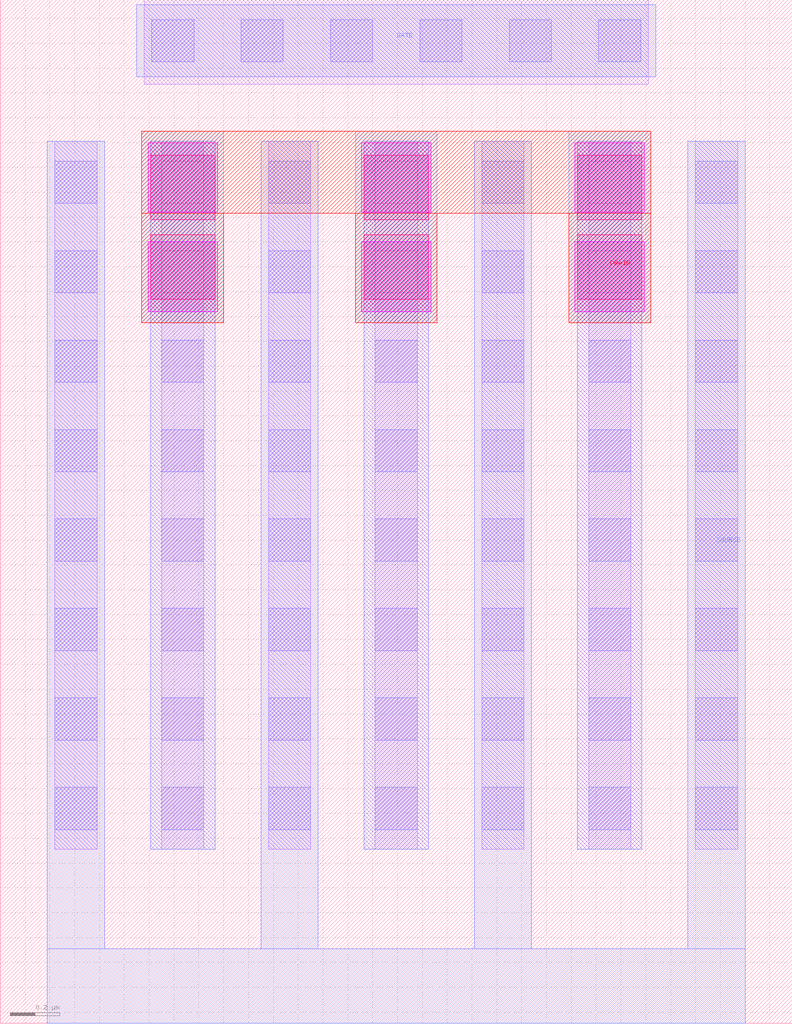
<source format=lef>
# Copyright 2020 The SkyWater PDK Authors
#
# Licensed under the Apache License, Version 2.0 (the "License");
# you may not use this file except in compliance with the License.
# You may obtain a copy of the License at
#
#     https://www.apache.org/licenses/LICENSE-2.0
#
# Unless required by applicable law or agreed to in writing, software
# distributed under the License is distributed on an "AS IS" BASIS,
# WITHOUT WARRANTIES OR CONDITIONS OF ANY KIND, either express or implied.
# See the License for the specific language governing permissions and
# limitations under the License.
#
# SPDX-License-Identifier: Apache-2.0

VERSION 5.7 ;
  NOWIREEXTENSIONATPIN ON ;
  DIVIDERCHAR "/" ;
  BUSBITCHARS "[]" ;
MACRO sky130_fd_pr__rf_pfet_01v8_aF06W3p00L0p15
  CLASS BLOCK ;
  FOREIGN sky130_fd_pr__rf_pfet_01v8_aF06W3p00L0p15 ;
  ORIGIN  0.000000  0.445000 ;
  SIZE  3.190000 BY  4.120000 ;
  PIN DRAIN
    ANTENNADIFFAREA  2.520000 ;
    PORT
      LAYER met3 ;
        RECT 0.570000 2.375000 0.900000 2.815000 ;
        RECT 0.570000 2.815000 2.620000 3.145000 ;
        RECT 1.430000 2.375000 1.760000 2.815000 ;
        RECT 2.290000 2.375000 2.620000 2.815000 ;
    END
  END DRAIN
  PIN GATE
    ANTENNAGATEAREA  2.700000 ;
    PORT
      LAYER met1 ;
        RECT 0.550000 3.365000 2.640000 3.655000 ;
    END
  END GATE
  PIN SOURCE
    ANTENNADIFFAREA  3.270000 ;
    PORT
      LAYER met1 ;
        RECT 0.190000 -0.445000 3.000000 -0.145000 ;
        RECT 0.190000 -0.145000 0.420000  3.105000 ;
        RECT 1.050000 -0.145000 1.280000  3.105000 ;
        RECT 1.910000 -0.145000 2.140000  3.105000 ;
        RECT 2.770000 -0.145000 3.000000  3.105000 ;
    END
  END SOURCE
  OBS
    LAYER li1 ;
      RECT 0.220000 0.255000 0.390000 3.105000 ;
      RECT 0.580000 3.335000 2.610000 3.675000 ;
      RECT 0.650000 0.255000 0.820000 3.105000 ;
      RECT 1.080000 0.255000 1.250000 3.105000 ;
      RECT 1.510000 0.255000 1.680000 3.105000 ;
      RECT 1.940000 0.255000 2.110000 3.105000 ;
      RECT 2.370000 0.255000 2.540000 3.105000 ;
      RECT 2.800000 0.255000 2.970000 3.105000 ;
    LAYER mcon ;
      RECT 0.220000 0.335000 0.390000 0.505000 ;
      RECT 0.220000 0.695000 0.390000 0.865000 ;
      RECT 0.220000 1.055000 0.390000 1.225000 ;
      RECT 0.220000 1.415000 0.390000 1.585000 ;
      RECT 0.220000 1.775000 0.390000 1.945000 ;
      RECT 0.220000 2.135000 0.390000 2.305000 ;
      RECT 0.220000 2.495000 0.390000 2.665000 ;
      RECT 0.220000 2.855000 0.390000 3.025000 ;
      RECT 0.610000 3.425000 0.780000 3.595000 ;
      RECT 0.650000 0.335000 0.820000 0.505000 ;
      RECT 0.650000 0.695000 0.820000 0.865000 ;
      RECT 0.650000 1.055000 0.820000 1.225000 ;
      RECT 0.650000 1.415000 0.820000 1.585000 ;
      RECT 0.650000 1.775000 0.820000 1.945000 ;
      RECT 0.650000 2.135000 0.820000 2.305000 ;
      RECT 0.650000 2.495000 0.820000 2.665000 ;
      RECT 0.650000 2.855000 0.820000 3.025000 ;
      RECT 0.970000 3.425000 1.140000 3.595000 ;
      RECT 1.080000 0.335000 1.250000 0.505000 ;
      RECT 1.080000 0.695000 1.250000 0.865000 ;
      RECT 1.080000 1.055000 1.250000 1.225000 ;
      RECT 1.080000 1.415000 1.250000 1.585000 ;
      RECT 1.080000 1.775000 1.250000 1.945000 ;
      RECT 1.080000 2.135000 1.250000 2.305000 ;
      RECT 1.080000 2.495000 1.250000 2.665000 ;
      RECT 1.080000 2.855000 1.250000 3.025000 ;
      RECT 1.330000 3.425000 1.500000 3.595000 ;
      RECT 1.510000 0.335000 1.680000 0.505000 ;
      RECT 1.510000 0.695000 1.680000 0.865000 ;
      RECT 1.510000 1.055000 1.680000 1.225000 ;
      RECT 1.510000 1.415000 1.680000 1.585000 ;
      RECT 1.510000 1.775000 1.680000 1.945000 ;
      RECT 1.510000 2.135000 1.680000 2.305000 ;
      RECT 1.510000 2.495000 1.680000 2.665000 ;
      RECT 1.510000 2.855000 1.680000 3.025000 ;
      RECT 1.690000 3.425000 1.860000 3.595000 ;
      RECT 1.940000 0.335000 2.110000 0.505000 ;
      RECT 1.940000 0.695000 2.110000 0.865000 ;
      RECT 1.940000 1.055000 2.110000 1.225000 ;
      RECT 1.940000 1.415000 2.110000 1.585000 ;
      RECT 1.940000 1.775000 2.110000 1.945000 ;
      RECT 1.940000 2.135000 2.110000 2.305000 ;
      RECT 1.940000 2.495000 2.110000 2.665000 ;
      RECT 1.940000 2.855000 2.110000 3.025000 ;
      RECT 2.050000 3.425000 2.220000 3.595000 ;
      RECT 2.370000 0.335000 2.540000 0.505000 ;
      RECT 2.370000 0.695000 2.540000 0.865000 ;
      RECT 2.370000 1.055000 2.540000 1.225000 ;
      RECT 2.370000 1.415000 2.540000 1.585000 ;
      RECT 2.370000 1.775000 2.540000 1.945000 ;
      RECT 2.370000 2.135000 2.540000 2.305000 ;
      RECT 2.370000 2.495000 2.540000 2.665000 ;
      RECT 2.370000 2.855000 2.540000 3.025000 ;
      RECT 2.410000 3.425000 2.580000 3.595000 ;
      RECT 2.800000 0.335000 2.970000 0.505000 ;
      RECT 2.800000 0.695000 2.970000 0.865000 ;
      RECT 2.800000 1.055000 2.970000 1.225000 ;
      RECT 2.800000 1.415000 2.970000 1.585000 ;
      RECT 2.800000 1.775000 2.970000 1.945000 ;
      RECT 2.800000 2.135000 2.970000 2.305000 ;
      RECT 2.800000 2.495000 2.970000 2.665000 ;
      RECT 2.800000 2.855000 2.970000 3.025000 ;
    LAYER met1 ;
      RECT 0.605000 0.255000 0.865000 3.105000 ;
      RECT 1.465000 0.255000 1.725000 3.105000 ;
      RECT 2.325000 0.255000 2.585000 3.105000 ;
    LAYER met2 ;
      RECT 0.570000 2.375000 0.900000 3.145000 ;
      RECT 1.430000 2.375000 1.760000 3.145000 ;
      RECT 2.290000 2.375000 2.620000 3.145000 ;
    LAYER via ;
      RECT 0.605000 2.470000 0.865000 2.730000 ;
      RECT 0.605000 2.790000 0.865000 3.050000 ;
      RECT 1.465000 2.470000 1.725000 2.730000 ;
      RECT 1.465000 2.790000 1.725000 3.050000 ;
      RECT 2.325000 2.470000 2.585000 2.730000 ;
      RECT 2.325000 2.790000 2.585000 3.050000 ;
    LAYER via2 ;
      RECT 0.595000 2.420000 0.875000 2.700000 ;
      RECT 0.595000 2.820000 0.875000 3.100000 ;
      RECT 1.455000 2.420000 1.735000 2.700000 ;
      RECT 1.455000 2.820000 1.735000 3.100000 ;
      RECT 2.315000 2.420000 2.595000 2.700000 ;
      RECT 2.315000 2.820000 2.595000 3.100000 ;
  END
END sky130_fd_pr__rf_pfet_01v8_aF06W3p00L0p15
END LIBRARY

</source>
